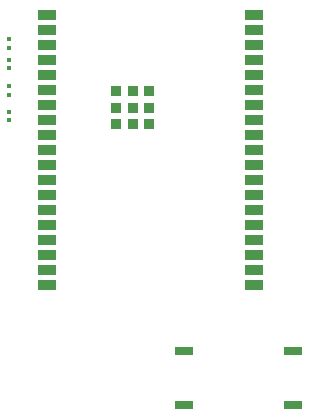
<source format=gbr>
G04 #@! TF.GenerationSoftware,KiCad,Pcbnew,7.0.8*
G04 #@! TF.CreationDate,2024-01-24T14:29:51-05:00*
G04 #@! TF.ProjectId,ESP32 Soil Moisture Sensor,45535033-3220-4536-9f69-6c204d6f6973,rev?*
G04 #@! TF.SameCoordinates,Original*
G04 #@! TF.FileFunction,Paste,Top*
G04 #@! TF.FilePolarity,Positive*
%FSLAX46Y46*%
G04 Gerber Fmt 4.6, Leading zero omitted, Abs format (unit mm)*
G04 Created by KiCad (PCBNEW 7.0.8) date 2024-01-24 14:29:51*
%MOMM*%
%LPD*%
G01*
G04 APERTURE LIST*
G04 Aperture macros list*
%AMRoundRect*
0 Rectangle with rounded corners*
0 $1 Rounding radius*
0 $2 $3 $4 $5 $6 $7 $8 $9 X,Y pos of 4 corners*
0 Add a 4 corners polygon primitive as box body*
4,1,4,$2,$3,$4,$5,$6,$7,$8,$9,$2,$3,0*
0 Add four circle primitives for the rounded corners*
1,1,$1+$1,$2,$3*
1,1,$1+$1,$4,$5*
1,1,$1+$1,$6,$7*
1,1,$1+$1,$8,$9*
0 Add four rect primitives between the rounded corners*
20,1,$1+$1,$2,$3,$4,$5,0*
20,1,$1+$1,$4,$5,$6,$7,0*
20,1,$1+$1,$6,$7,$8,$9,0*
20,1,$1+$1,$8,$9,$2,$3,0*%
G04 Aperture macros list end*
%ADD10R,1.524000X0.762000*%
%ADD11RoundRect,0.079500X0.100500X-0.079500X0.100500X0.079500X-0.100500X0.079500X-0.100500X-0.079500X0*%
%ADD12R,1.500000X0.900000*%
%ADD13R,0.900000X0.900000*%
%ADD14RoundRect,0.079500X-0.100500X0.079500X-0.100500X-0.079500X0.100500X-0.079500X0.100500X0.079500X0*%
G04 APERTURE END LIST*
D10*
X147802600Y-95752100D03*
X147802600Y-100247900D03*
X156997400Y-100247900D03*
X156997400Y-95752100D03*
D11*
X133005000Y-76200000D03*
X133005000Y-75510000D03*
D12*
X136170000Y-67310000D03*
X136170000Y-68580000D03*
X136170000Y-69850000D03*
X136170000Y-71120000D03*
X136170000Y-72390000D03*
X136170000Y-73660000D03*
X136170000Y-74930000D03*
X136170000Y-76200000D03*
X136170000Y-77470000D03*
X136170000Y-78740000D03*
X136170000Y-80010000D03*
X136170000Y-81280000D03*
X136170000Y-82550000D03*
X136170000Y-83820000D03*
X136170000Y-85090000D03*
X136170000Y-86360000D03*
X136170000Y-87630000D03*
X136170000Y-88900000D03*
X136170000Y-90170000D03*
X153670000Y-90170000D03*
X153670000Y-88900000D03*
X153670000Y-87630000D03*
X153670000Y-86360000D03*
X153670000Y-85090000D03*
X153670000Y-83820000D03*
X153670000Y-82550000D03*
X153670000Y-81280000D03*
X153670000Y-80010000D03*
X153670000Y-78740000D03*
X153670000Y-77470000D03*
X153670000Y-76200000D03*
X153670000Y-74930000D03*
X153670000Y-73660000D03*
X153670000Y-72390000D03*
X153670000Y-71120000D03*
X153670000Y-69850000D03*
X153670000Y-68580000D03*
X153670000Y-67310000D03*
D13*
X142015000Y-73705000D03*
X142020000Y-75105000D03*
X142020000Y-76505000D03*
X143420000Y-73705000D03*
X143420000Y-75105000D03*
X143420000Y-76505000D03*
X144820000Y-73705000D03*
X144820000Y-75105000D03*
X144820000Y-76505000D03*
D11*
X133005000Y-71775000D03*
X133005000Y-71085000D03*
D14*
X133005000Y-73315000D03*
X133005000Y-74005000D03*
D11*
X133005000Y-70025000D03*
X133005000Y-69335000D03*
M02*

</source>
